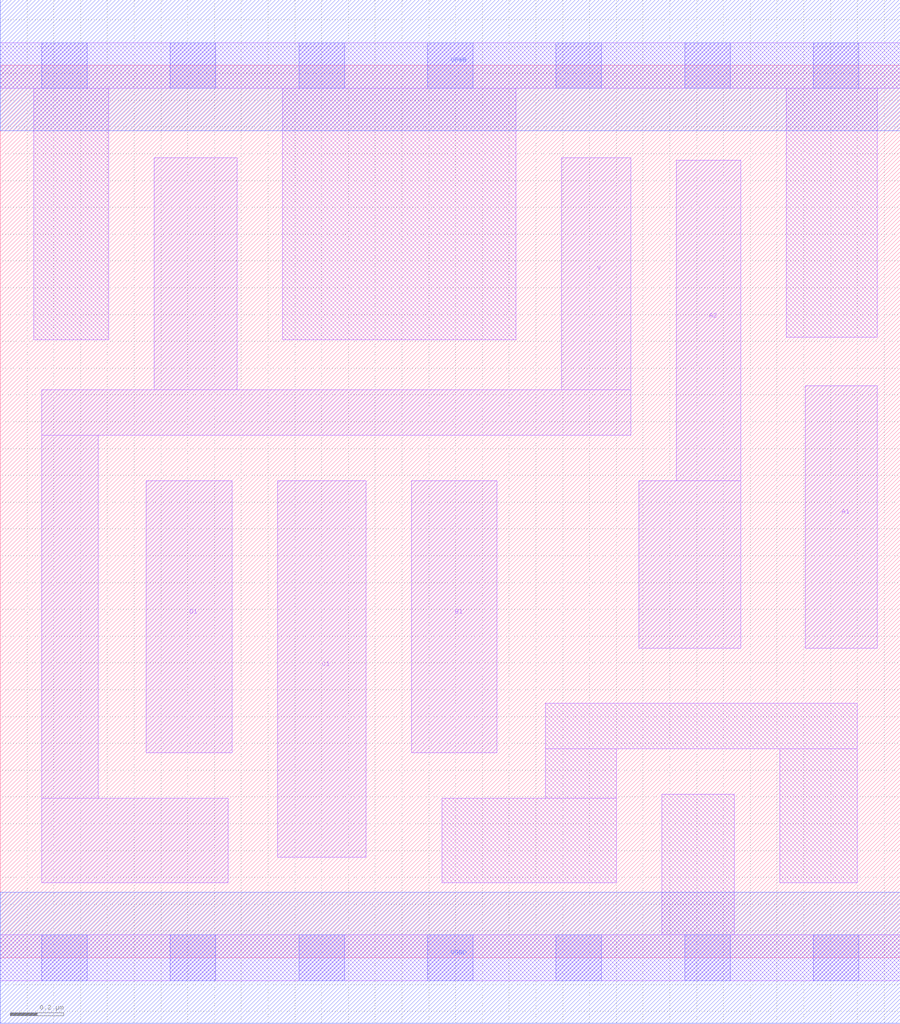
<source format=lef>
# Copyright 2020 The SkyWater PDK Authors
#
# Licensed under the Apache License, Version 2.0 (the "License");
# you may not use this file except in compliance with the License.
# You may obtain a copy of the License at
#
#     https://www.apache.org/licenses/LICENSE-2.0
#
# Unless required by applicable law or agreed to in writing, software
# distributed under the License is distributed on an "AS IS" BASIS,
# WITHOUT WARRANTIES OR CONDITIONS OF ANY KIND, either express or implied.
# See the License for the specific language governing permissions and
# limitations under the License.
#
# SPDX-License-Identifier: Apache-2.0

VERSION 5.7 ;
  NAMESCASESENSITIVE ON ;
  NOWIREEXTENSIONATPIN ON ;
  DIVIDERCHAR "/" ;
  BUSBITCHARS "[]" ;
UNITS
  DATABASE MICRONS 200 ;
END UNITS
MACRO sky130_fd_sc_lp__o2111ai_0
  CLASS CORE ;
  SOURCE USER ;
  FOREIGN sky130_fd_sc_lp__o2111ai_0 ;
  ORIGIN  0.000000  0.000000 ;
  SIZE  3.360000 BY  3.330000 ;
  SYMMETRY X Y R90 ;
  SITE unit ;
  PIN A1
    ANTENNAGATEAREA  0.159000 ;
    DIRECTION INPUT ;
    USE SIGNAL ;
    PORT
      LAYER li1 ;
        RECT 3.005000 1.155000 3.275000 2.135000 ;
    END
  END A1
  PIN A2
    ANTENNAGATEAREA  0.159000 ;
    DIRECTION INPUT ;
    USE SIGNAL ;
    PORT
      LAYER li1 ;
        RECT 2.385000 1.155000 2.765000 1.780000 ;
        RECT 2.525000 1.780000 2.765000 2.975000 ;
    END
  END A2
  PIN B1
    ANTENNAGATEAREA  0.159000 ;
    DIRECTION INPUT ;
    USE SIGNAL ;
    PORT
      LAYER li1 ;
        RECT 1.535000 0.765000 1.855000 1.780000 ;
    END
  END B1
  PIN C1
    ANTENNAGATEAREA  0.159000 ;
    DIRECTION INPUT ;
    USE SIGNAL ;
    PORT
      LAYER li1 ;
        RECT 1.035000 0.375000 1.365000 1.780000 ;
    END
  END C1
  PIN D1
    ANTENNAGATEAREA  0.159000 ;
    DIRECTION INPUT ;
    USE SIGNAL ;
    PORT
      LAYER li1 ;
        RECT 0.545000 0.765000 0.865000 1.780000 ;
    END
  END D1
  PIN Y
    ANTENNADIFFAREA  0.644500 ;
    DIRECTION OUTPUT ;
    USE SIGNAL ;
    PORT
      LAYER li1 ;
        RECT 0.155000 0.280000 0.850000 0.595000 ;
        RECT 0.155000 0.595000 0.365000 1.950000 ;
        RECT 0.155000 1.950000 2.355000 2.120000 ;
        RECT 0.575000 2.120000 0.885000 2.985000 ;
        RECT 2.095000 2.120000 2.355000 2.985000 ;
    END
  END Y
  PIN VGND
    DIRECTION INOUT ;
    USE GROUND ;
    PORT
      LAYER met1 ;
        RECT 0.000000 -0.245000 3.360000 0.245000 ;
    END
  END VGND
  PIN VPWR
    DIRECTION INOUT ;
    USE POWER ;
    PORT
      LAYER met1 ;
        RECT 0.000000 3.085000 3.360000 3.575000 ;
    END
  END VPWR
  OBS
    LAYER li1 ;
      RECT 0.000000 -0.085000 3.360000 0.085000 ;
      RECT 0.000000  3.245000 3.360000 3.415000 ;
      RECT 0.125000  2.305000 0.405000 3.245000 ;
      RECT 1.055000  2.305000 1.925000 3.245000 ;
      RECT 1.650000  0.280000 2.300000 0.595000 ;
      RECT 2.035000  0.595000 2.300000 0.780000 ;
      RECT 2.035000  0.780000 3.200000 0.950000 ;
      RECT 2.470000  0.085000 2.740000 0.610000 ;
      RECT 2.910000  0.280000 3.200000 0.780000 ;
      RECT 2.935000  2.315000 3.275000 3.245000 ;
    LAYER mcon ;
      RECT 0.155000 -0.085000 0.325000 0.085000 ;
      RECT 0.155000  3.245000 0.325000 3.415000 ;
      RECT 0.635000 -0.085000 0.805000 0.085000 ;
      RECT 0.635000  3.245000 0.805000 3.415000 ;
      RECT 1.115000 -0.085000 1.285000 0.085000 ;
      RECT 1.115000  3.245000 1.285000 3.415000 ;
      RECT 1.595000 -0.085000 1.765000 0.085000 ;
      RECT 1.595000  3.245000 1.765000 3.415000 ;
      RECT 2.075000 -0.085000 2.245000 0.085000 ;
      RECT 2.075000  3.245000 2.245000 3.415000 ;
      RECT 2.555000 -0.085000 2.725000 0.085000 ;
      RECT 2.555000  3.245000 2.725000 3.415000 ;
      RECT 3.035000 -0.085000 3.205000 0.085000 ;
      RECT 3.035000  3.245000 3.205000 3.415000 ;
  END
END sky130_fd_sc_lp__o2111ai_0

</source>
